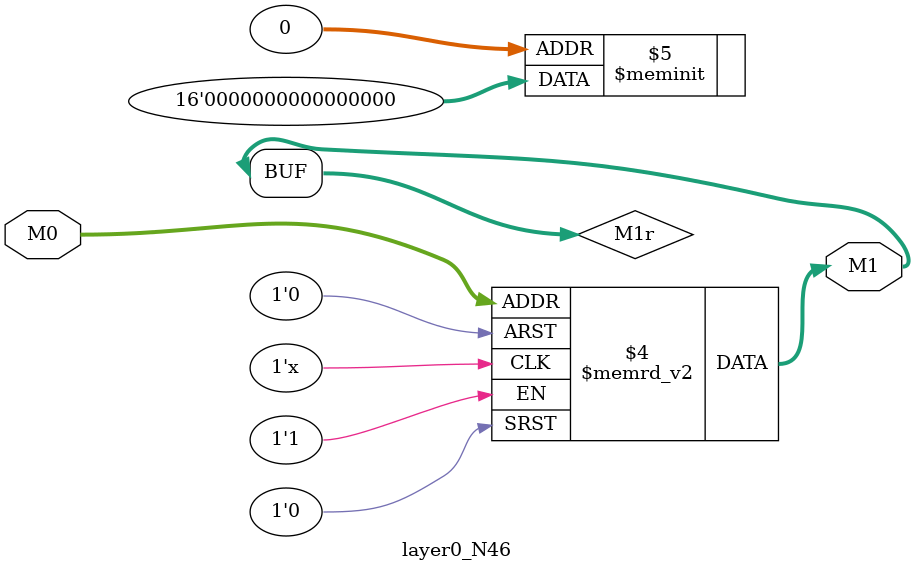
<source format=v>
module layer0_N46 ( input [2:0] M0, output [1:0] M1 );

	(*rom_style = "distributed" *) reg [1:0] M1r;
	assign M1 = M1r;
	always @ (M0) begin
		case (M0)
			3'b000: M1r = 2'b00;
			3'b100: M1r = 2'b00;
			3'b010: M1r = 2'b00;
			3'b110: M1r = 2'b00;
			3'b001: M1r = 2'b00;
			3'b101: M1r = 2'b00;
			3'b011: M1r = 2'b00;
			3'b111: M1r = 2'b00;

		endcase
	end
endmodule

</source>
